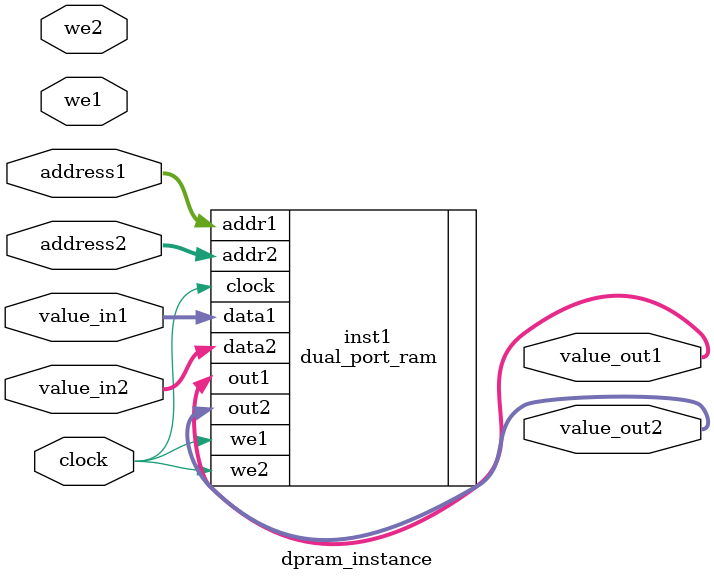
<source format=v>
module dpram_instance(
	address1,
	address2,
	value_in1,
	value_in2,
	we1,
	we2,
	clock,
	value_out1,
	value_out2
);

	parameter WIDTH = 16;	// Bit width
	parameter DEPTH = 8;	// Bit depth

/*  Input Declaration */
	input	[DEPTH-1:0] 	address1;
	input	[DEPTH-1:0] 	address2;
	input 	[WIDTH-1:0]		value_in1;
	input 	[WIDTH-1:0]		value_in2;
	input 	we1;
	input 	we2;
	input   clock;

	/*  Output Declaration */
	output	[WIDTH-1:0] 	value_out1;
	output	[WIDTH-1:0] 	value_out2;

	defparam inst1.ADDR_WIDTH = DEPTH; 
	defparam inst1.DATA_WIDTH = WIDTH;
	dual_port_ram inst1 (
		.addr1	( address1 ),
		.addr2	( address2 ),
		.data1	( value_in1 ),
		.data2	( value_in2 ),
		.we1	( clock ),
		.we2	( clock ),
		.clock  ( clock ),
		.out1	( value_out1 ),
		.out2	( value_out2 )
	);

endmodule


</source>
